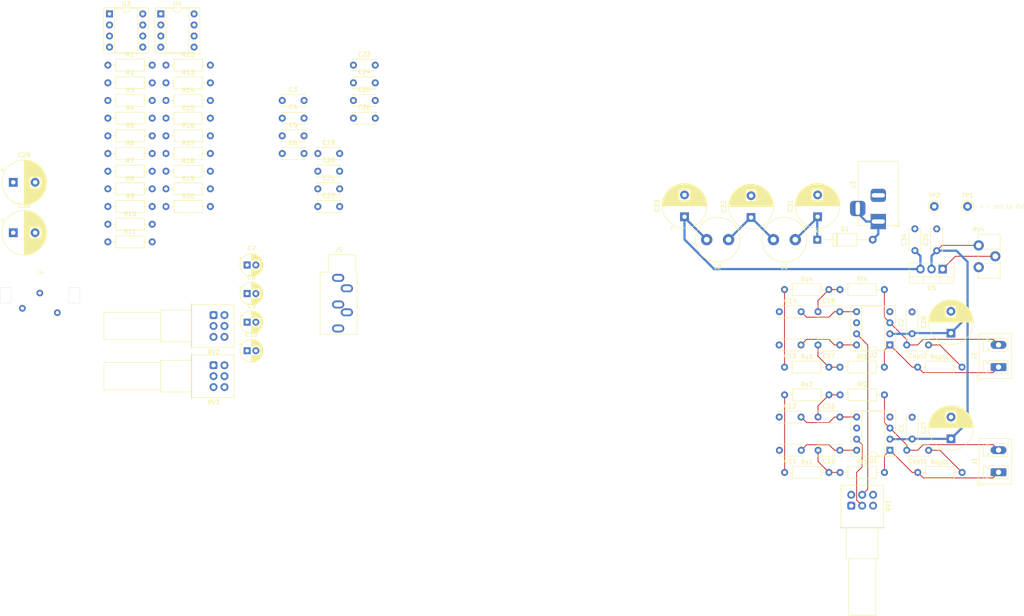
<source format=kicad_pcb>
(kicad_pcb (version 20240108) (generator "pcbnew") (generator_version "8.0")
  (layers (0 "F.Cu" signal) (31 "B.Cu" signal) (34 "B.Paste" user) (35 "F.Paste" user) (36 "B.SilkS" user "B.Silkscreen") (37 "F.SilkS" user "F.Silkscreen") (38 "B.Mask" user) (39 "F.Mask" user) (44 "Edge.Cuts" user))
  (net 0 "")
  (net 1 "GND")
  (net 2 "+6V")
  (net 3 "+12V")
  (net 4 "Net-(U3A-+)")
  (net 5 "Net-(U4A-+)")
  (net 6 "Net-(C7-Pad2)")
  (net 7 "Net-(C7-Pad1)")
  (net 8 "Net-(C8-Pad1)")
  (net 9 "Filtered-signal-L")
  (net 10 "Net-(C9-Pad2)")
  (net 11 "Net-(C9-Pad1)")
  (net 12 "Filtered-signal-R")
  (net 13 "Net-(C10-Pad1)")
  (net 14 "Net-(U1A-AIN-)")
  (net 15 "Net-(U1B-BIN-)")
  (net 16 "Net-(U2A-AIN-)")
  (net 17 "Net-(U2B-BIN-)")
  (net 18 "Net-(C15-Pad2)")
  (net 19 "Net-(C16-Pad1)")
  (net 20 "Net-(C17-Pad2)")
  (net 21 "Net-(C18-Pad1)")
  (net 22 "Net-(C19-Pad2)")
  (net 23 "Input_L")
  (net 24 "Net-(C20-Pad1)")
  (net 25 "Net-(C20-Pad2)")
  (net 26 "Net-(C21-Pad1)")
  (net 27 "Net-(U3B--)")
  (net 28 "Net-(C22-Pad2)")
  (net 29 "Input_R")
  (net 30 "Net-(C23-Pad2)")
  (net 31 "Net-(C24-Pad1)")
  (net 32 "Net-(C24-Pad2)")
  (net 33 "Net-(C25-Pad1)")
  (net 34 "Net-(C26-Pad2)")
  (net 35 "Net-(U4B--)")
  (net 36 "Net-(D1-K)")
  (net 37 "Net-(C32-Pad1)")
  (net 38 "Net-(J1-Pin_2)")
  (net 39 "Net-(Copt1-Pad1)")
  (net 40 "Net-(J2-Pin_2)")
  (net 41 "Net-(Copt2-Pad1)")
  (net 42 "VCC")
  (net 43 "Net-(J1-Pin_1)")
  (net 44 "Net-(J2-Pin_1)")
  (net 45 "/L")
  (net 46 "/R")
  (net 47 "Net-(R7-Pad2)")
  (net 48 "Net-(R8-Pad1)")
  (net 49 "Net-(R9-Pad2)")
  (net 50 "Net-(R10-Pad1)")
  (net 51 "Net-(U3A--)")
  (net 52 "Net-(U4A--)")
  (net 53 "Net-(Rs1-Pad1)")
  (net 54 "Net-(Rs3-Pad1)")
  (net 55 "Net-(U2A-AIN+)")
  (net 56 "Net-(U1A-AIN+)")
  (net 57 "Net-(U5-ADJ)")
  (footprint "Resistor_THT:R_Axial_DIN0207_L6.3mm_D2.5mm_P10.16mm_Horizontal" (layer "F.Cu") (at 193.06 120.65)
    (property "Reference" "Rs1")
    (property "Value" "130")
  )
  (footprint "Resistor_THT:R_Axial_DIN0207_L6.3mm_D2.5mm_P10.16mm_Horizontal" (layer "F.Cu") (at 205.76 102.87)
    (property "Reference" "Rf2")
    (property "Value" "5k")
  )
  (footprint "Capacitor_THT:C_Disc_D5.0mm_W2.5mm_P5.00mm" (layer "F.Cu") (at 86.18 47.565)
    (property "Reference" "C19")
    (property "Value" "0.047u")
  )
  (footprint "Resistor_THT:R_Axial_DIN0207_L6.3mm_D2.5mm_P10.16mm_Horizontal" (layer "F.Cu") (at 223.52 96.52)
    (property "Reference" "Ropt2")
    (property "Value" "10")
  )
  (footprint "Resistor_THT:R_Axial_DIN0207_L6.3mm_D2.5mm_P10.16mm_Horizontal" (layer "F.Cu") (at 38.1 27.315)
    (property "Reference" "R1")
    (property "Value" "100k")
  )
  (footprint "Capacitor_THT:C_Disc_D5.0mm_W2.5mm_P5.00mm" (layer "F.Cu") (at 78.03 39.465)
    (property "Reference" "C4")
    (property "Value" "0.1u")
  )
  (footprint "Capacitor_THT:C_Disc_D5.0mm_W2.5mm_P5.00mm" (layer "F.Cu") (at 196.81 91.44 180)
    (property "Reference" "C13")
    (property "Value" "0.22u")
  )
  (footprint "Capacitor_THT:CP_Radial_D5.0mm_P2.00mm" (layer "F.Cu") (at 69.989775 92.765)
    (property "Reference" "C10")
    (property "Value" "1u")
  )
  (footprint "Resistor_THT:R_Axial_DIN0207_L6.3mm_D2.5mm_P10.16mm_Horizontal" (layer "F.Cu") (at 51.41 27.315)
    (property "Reference" "R12")
    (property "Value" "10k")
  )
  (footprint "Resistor_THT:R_Axial_DIN0207_L6.3mm_D2.5mm_P10.16mm_Horizontal" (layer "F.Cu") (at 51.41 39.465)
    (property "Reference" "R15")
    (property "Value" "10k")
  )
  (footprint "TestPoint:TestPoint_Keystone_5000-5004_Miniature" (layer "F.Cu") (at 234.95 59.69)
    (property "Reference" "TP1")
    (property "Value" "TestPoint")
  )
  (footprint "Connector_Audio:Jack_3.5mm_CUI_SJ1-3535NG_Horizontal" (layer "F.Cu") (at 90.83 76.065)
    (property "Reference" "J5")
    (property "Value" "AudioJack3_SwitchTR")
  )
  (footprint "Resistor_THT:R_Axial_DIN0207_L6.3mm_D2.5mm_P10.16mm_Horizontal" (layer "F.Cu") (at 205.76 120.65)
    (property "Reference" "Rf1")
    (property "Value" "5k")
  )
  (footprint "Resistor_THT:R_Axial_DIN0207_L6.3mm_D2.5mm_P10.16mm_Horizontal" (layer "F.Cu") (at 193.04 96.52)
    (property "Reference" "Rs3")
    (property "Value" "130")
  )
  (footprint "Resistor_THT:R_Axial_DIN0207_L6.3mm_D2.5mm_P10.16mm_Horizontal" (layer "F.Cu") (at 38.1 47.565)
    (property "Reference" "R6")
    (property "Value" "100k")
  )
  (footprint "Capacitor_THT:C_Disc_D5.0mm_W2.5mm_P5.00mm" (layer "F.Cu") (at 222.89 69.81 90)
    (property "Reference" "C34")
    (property "Value" "0.1u")
  )
  (footprint "Capacitor_THT:C_Disc_D5.0mm_W2.5mm_P5.00mm" (layer "F.Cu") (at 205.72 115.57 180)
    (property "Reference" "C15")
    (property "Value" "4.7u")
  )
  (footprint "Connector_Phoenix_MC_HighVoltage:PhoenixContact_MCV_1,5_2-G-5.08_1x02_P5.08mm_Vertical" (layer "F.Cu") (at 242.0425 96.5025 90)
    (property "Reference" "J2")
    (property "Value" "Screw_Terminal_01x02")
  )
  (footprint "Resistor_THT:R_Axial_DIN0207_L6.3mm_D2.5mm_P10.16mm_Horizontal" (layer "F.Cu") (at 51.41 55.665)
    (property "Reference" "R19")
    (property "Value" "47k")
  )
  (footprint "Capacitor_THT:C_Disc_D5.0mm_W2.5mm_P5.00mm" (layer "F.Cu") (at 94.33 27.315)
    (property "Reference" "C23")
    (property "Value" "0.047u")
  )
  (footprint "Capacitor_THT:C_Disc_D5.0mm_W2.5mm_P5.00mm" (layer "F.Cu") (at 226.02 91.44 180)
    (property "Reference" "Copt2")
    (property "Value" "0.22u")
  )
  (footprint "Capacitor_THT:CP_Radial_D10.0mm_P5.00mm" (layer "F.Cu") (at 231.14 88.727677 90)
    (property "Reference" "C28")
    (property "Value" "100u")
  )
  (footprint "TestPoint:TestPoint_Keystone_5000-5004_Miniature" (layer "F.Cu") (at 227.33 59.69)
    (property "Reference" "TP2")
    (property "Value" "TestPoint")
  )
  (footprint "Potentiometer_THT:Potentiometer_Alps_RK097_Dual_Horizontal" (layer "F.Cu") (at 62.3 96.09)
    (property "Reference" "RV3")
    (property "Value" "R_Potentiometer_Dual_Separate")
    (fp_line (start -5 -2.7) (end -5 7.7) (stroke (width 0.1)) (layer "Edge.Cuts"))
  )
  (footprint "Capacitor_THT:C_Disc_D5.0mm_W2.5mm_P5.00mm" (layer "F.Cu") (at 86.18 59.715)
    (property "Reference" "C22")
    (property "Value" "0.0047u")
  )
  (footprint "Capacitor_THT:CP_Radial_D10.0mm_P5.00mm" (layer "F.Cu") (at 231.16 112.95 90)
    (property "Reference" "C27")
    (property "Value" "100u")
  )
  (footprint "Resistor_THT:R_Axial_DIN0207_L6.3mm_D2.5mm_P10.16mm_Horizontal" (layer "F.Cu") (at 205.74 96.52)
    (property "Reference" "Rf3")
    (property "Value" "5k")
  )
  (footprint "Resistor_THT:R_Axial_DIN0207_L6.3mm_D2.5mm_P10.16mm_Horizontal" (layer "F.Cu") (at 51.41 43.515)
    (property "Reference" "R16")
    (property "Value" "10k")
  )
  (footprint "Capacitor_THT:CP_Radial_D10.0mm_P5.00mm" (layer "F.Cu") (at 200.62 62.057677 90)
    (property "Reference" "C31")
    (property "Value" "100u")
  )
  (footprint "Inductor_THT:L_Radial_D10.0mm_P5.00mm_Fastron_07M" (layer "F.Cu") (at 180.22 67.31 180)
    (property "Reference" "L2")
    (property "Value" "100u")
  )
  (footprint "Resistor_THT:R_Axial_DIN0207_L6.3mm_D2.5mm_P10.16mm_Horizontal" (layer "F.Cu") (at 38.1 35.415)
    (property "Reference" "R3")
    (property "Value" "100k")
  )
  (footprint "Resistor_THT:R_Axial_DIN0207_L6.3mm_D2.5mm_P10.16mm_Horizontal" (layer "F.Cu") (at 193.04 78.74)
    (property "Reference" "Rs4")
    (property "Value" "130")
  )
  (footprint "Capacitor_THT:C_Disc_D5.0mm_W2.5mm_P5.00mm" (layer "F.Cu") (at 226.04 115.57 180)
    (property "Reference" "Copt1")
    (property "Value" "0.22u")
  )
  (footprint "Potentiometer_THT:Potentiometer_Alps_RK097_Dual_Horizontal" (layer "F.Cu") (at 62.3 84.59)
    (property "Reference" "RV2")
    (property "Value" "R_Potentiometer_Dual_Separate")
    (fp_line (start -5 -2.7) (end -5 7.7) (stroke (width 0.1)) (layer "Edge.Cuts"))
  )
  (footprint "Resistor_THT:R_Axial_DIN0207_L6.3mm_D2.5mm_P10.16mm_Horizontal" (layer "F.Cu") (at 51.41 59.715)
    (property "Reference" "R20")
    (property "Value" "47k")
  )
  (footprint "my:MJ-519" (layer "F.Cu") (at 22.53 72.24)
    (property "Reference" "J4")
    (property "Value" "Conn_Coaxial_x2")
    (fp_rect (start -9.1 6.05) (end -6.6 9.55) (stroke (width 0.05)) (fill none) (layer "Edge.Cuts"))
    (fp_rect (start 6.6 6.05) (end 9.1 9.55) (stroke (width 0.05)) (fill none) (layer "Edge.Cuts"))
  )
  (footprint "Capacitor_THT:CP_Radial_D5.0mm_P2.00mm" (layer "F.Cu") (at 69.989775 73.115)
    (property "Reference" "C7")
    (property "Value" "1u")
  )
  (footprint "Capacitor_THT:CP_Radial_D5.0mm_P2.00mm" (layer "F.Cu") (at 69.989775 79.665)
    (property "Reference" "C8")
    (property "Value" "1u")
  )
  (footprint "Resistor_THT:R_Axial_DIN0207_L6.3mm_D2.5mm_P10.16mm_Horizontal" (layer "F.Cu") (at 51.41 47.565)
    (property "Reference" "R17")
    (property "Value" "47k")
  )
  (footprint "Resistor_THT:R_Axial_DIN0207_L6.3mm_D2.5mm_P10.16mm_Horizontal" (layer "F.Cu") (at 38.1 31.365)
    (property "Reference" "R2")
    (property "Value" "100k")
  )
  (footprint "Capacitor_THT:C_Disc_D5.0mm_W2.5mm_P5.00mm" (layer "F.Cu") (at 191.85 83.82)
    (property "Reference" "C14")
    (property "Value" "0.22u")
  )
  (footprint "Resistor_THT:R_Axial_DIN0207_L6.3mm_D2.5mm_P10.16mm_Horizontal" (layer "F.Cu") (at 193.06 102.87)
    (property "Reference" "Rs2")
    (property "Value" "130")
  )
  (footprint "Capacitor_THT:C_Disc_D5.0mm_W2.5mm_P5.00mm" (layer "F.Cu") (at 205.7 91.44 180)
    (property "Reference" "C17")
    (property "Value" "4.7u")
  )
  (footprint "Capacitor_THT:C_Disc_D5.0mm_W2.5mm_P5.00mm" (layer "F.Cu") (at 200.72 107.95)
    (property "Reference" "C16")
    (property "Value" "4.7u")
  )
  (footprint "Capacitor_THT:CP_Radial_D10.0mm_P5.00mm" (layer "F.Cu") (at 170.14 62.057677 90)
    (property "Reference" "C33")
    (property "Value" "100u")
  )
  (footprint "Resistor_THT:R_Axial_DIN0207_L6.3mm_D2.5mm_P10.16mm_Horizontal" (layer "F.Cu") (at 38.1 63.765)
    (property "Reference" "R10")
    (property "Value" "3k")
  )
  (footprint "Capacitor_THT:C_Disc_D5.0mm_W2.5mm_P5.00mm" (layer "F.Cu") (at 94.33 39.465)
    (property "Reference" "C26")
    (property "Value" "0.0047u")
  )
  (footprint "Capacitor_THT:CP_Radial_D10.0mm_P5.00mm" (layer "F.Cu") (at 185.38 62.23 90)
    (property "Reference" "C32")
    (property "Value" "100u")
  )
  (footprint "Capacitor_THT:C_Disc_D5.0mm_W2.5mm_P5.00mm" (layer "F.Cu") (at 86.18 55.665)
    (property "Reference" "C21")
    (property "Value" "0.047u")
  )
  (footprint "Resistor_THT:R_Axial_DIN0207_L6.3mm_D2.5mm_P10.16mm_Horizontal" (layer "F.Cu") (at 38.1 43.515)
    (property "Reference" "R5")
    (property "Value" "100k")
  )
  (footprint "Capacitor_THT:C_Disc_D5.0mm_W2.5mm_P5.00mm" (layer "F.Cu") (at 222.25 88.86 90)
    (property "Reference" "C2")
    (property "Value" "0.1u")
  )
  (footprint "Capacitor_THT:C_Disc_D5.0mm_W2.5mm_P5.00mm" (layer "F.Cu") (at 222.27 112.99 90)
    (property "Reference" "C1")
    (property "Value" "0.1u")
  )
  (footprint "Resistor_THT:R_Axial_DIN0207_L6.3mm_D2.5mm_P10.16mm_Horizontal" (layer "F.Cu") (at 38.1 55.665)
    (property "Reference" "R8")
    (property "Value" "3k")
  )
  (footprint "Capacitor_THT:C_Disc_D5.0mm_W2.5mm_P5.00mm" (layer "F.Cu") (at 78.03 43.515)
    (property "Reference" "C5")
    (property "Value" "0.1u")
  )
  (footprint "Resistor_THT:R_Axial_DIN0207_L6.3mm_D2.5mm_P10.16mm_Horizontal" (layer "F.Cu") (at 51.41 31.365)
    (property "Reference" "R13")
    (property "Value" "10k")
  )
  (footprint "Capacitor_THT:C_Disc_D5.0mm_W2.5mm_P5.00mm" (layer "F.Cu") (at 94.33 35.415)
    (property "Reference" "C25")
    (property "Value" "0.047u")
  )
  (footprint "Potentiometer_THT:Potentiometer_Alps_RK097_Dual_Horizontal" (layer "F.Cu") (at 208.32 128.27 90)
    (property "Reference" "RV1")
    (property "Value" "R_Potentiometer_Dual_Separate")
    (fp_line (start -5 -2.7) (end -5 7.7) (stroke (width 0.1)) (layer "Edge.Cuts"))
  )
  (footprint "Resistor_THT:R_Axial_DIN0207_L6.3mm_D2.5mm_P10.16mm_Horizontal" (layer "F.Cu") (at 205.74 78.74)
    (property "Reference" "Rf4")
    (property "Value" "5k")
  )
  (footprint "Capacitor_THT:C_Disc_D5.0mm_W2.5mm_P5.00mm" (layer "F.Cu") (at 196.87 115.57 180)
    (property "Reference" "C11")
    (property "Value" "0.22u")
  )
  (footprint "Resistor_THT:R_Axial_DIN0207_L6.3mm_D2.5mm_P10.16mm_Horizontal" (layer "F.Cu") (at 38.1 59.715)
    (property "Reference" "R9")
    (property "Value" "3k")
  )
  (footprint "Capacitor_THT:CP_Radial_D10.0mm_P5.00mm" (layer "F.Cu") (at 16.444646 65.715)
    (property "Reference" "C30")
    (property "Value" "100u")
  )
  (footprint "Capacitor_THT:C_Disc_D5.0mm_W2.5mm_P5.00mm" (layer "F.Cu") (at 78.03 35.415)
    (property "Reference" "C3")
    (property "Value" "0.1u")
  )
  (footprint "Connector_BarrelJack:BarrelJack_Horizontal" (layer "F.Cu") (at 214.51 63.15 -90)
    (property "Reference" "J3")
    (property "Value" "Barrel_Jack_Switch")
  )
  (footprint "Resistor_THT:R_Axial_DIN0207_L6.3mm_D2.5mm_P10.16mm_Horizontal" (layer "F.Cu") (at 223.54 120.65)
    (property "Reference" "Ropt1")
    (property "Value" "10")
  )
  (footprint "Resistor_THT:R_Axial_DIN0207_L6.3mm_D2.5mm_P10.16mm_Horizontal" (layer "F.Cu") (at 38.1 51.615)
    (property "Reference" "R7")
    (property "Value" "3k")
  )
  (footprint "Package_DIP:DIP-8_W7.62mm_Socket" (layer "F.Cu") (at 38.48 15.565)
    (property "Reference" "U3")
    (property "Value" "NJM4558")
  )
  (footprint "Capacitor_THT:C_Disc_D5.0mm_W2.5mm_P5.00mm" (layer "F.Cu") (at 191.83 107.95)
    (property "Reference" "C12")
    (property "Value" "0.22u")
  )
  (footprint "Package_TO_SOT_THT:TO-220-3_Vertical" (layer "F.Cu") (at 229.24 74.05 180)
    (property "Reference" "U5")
    (property "Value" "LM317_TO-220")
  )
  (footprint "Capacitor_THT:C_Disc_D5.0mm_W2.5mm_P5.00mm" (layer "F.Cu") (at 227.89 69.835 90)
    (property "Reference" "C35")
    (property "Value" "1u")
  )
  (footprint "Resistor_THT:R_Axial_DIN0207_L6.3mm_D2.5mm_P10.16mm_Horizontal" (layer "F.Cu") (at 38.1 39.465)
    (property "Reference" "R4")
    (property "Value" "100k")
  )
  (footprint "Resistor_THT:R_Axial_DIN0207_L6.3mm_D2.5mm_P10.16mm_Horizontal" (layer "F.Cu") (at 38.1 67.815)
    (property "Reference" "R11")
    (property "Value" "10k")
  )
  (footprint "Capacitor_THT:CP_Radial_D10.0mm_P5.00mm" (layer "F.Cu") (at 16.444646 54.165)
    (property "Reference" "C29")
    (property "Value" "100u")
  )
  (footprint "Package_DIP:DIP-8_W7.62mm_Socket" (layer "F.Cu") (at 217.16 91.43 180)
    (property "Reference" "U2")
    (property "Value" "NJM2073")
  )
  (footprint "Resistor_THT:R_Axial_DIN0207_L6.3mm_D2.5mm_P10.16mm_Horizontal" (layer "F.Cu") (at 51.41 35.415)
    (property "Reference" "R14")
    (property "Value" "10k")
  )
  (footprint "Capacitor_THT:C_Disc_D5.0mm_W2.5mm_P5.00mm" (layer "F.Cu") (at 200.7 83.82)
    (property "Reference" "C18")
    (property "Value" "4.7u")
  )
  (footprint "Capacitor_THT:CP_Radial_D5.0mm_P2.00mm" (layer "F.Cu") (at 69.989775 86.215)
    (property "Reference" "C9")
    (property "Value" "1u")
  )
  (footprint "Inductor_THT:L_Radial_D10.0mm_P5.00mm_Fastron_07M" (layer "F.Cu") (at 195.5 67.31 180)
    (property "Reference" "L1")
    (property "Value" "100u")
  )
  (footprint "Package_DIP:DIP-8_W7.62mm_Socket" (layer "F.Cu") (at 50.23 15.565)
    (property "Reference" "U4")
    (property "Value" "NJM4558")
  )
  (footprint "Capacitor_THT:C_Disc_D5.0mm_W2.5mm_P5.00mm" (layer "F.Cu") (at 94.33 31.365)
    (property "Reference" "C24")
    (property "Value" "0.047u")
  )
  (footprint "Potentiometer_THT:Potentiometer_ACP_CA9-H3,8_Horizontal" (layer "F.Cu") (at 237.5 68.62)
    (property "Reference" "RV4")
    (property "Value" "R_Potentiometer")
  )
  (footprint "Diode_THT:D_A-405_P12.70mm_Horizontal" (layer "F.Cu") (at 200.54 67.31)
    (property "Reference" "D1")
    (property "Value" "D")
  )
  (footprint "Capacitor_THT:C_Disc_D5.0mm_W2.5mm_P5.00mm" (layer "F.Cu") (at 78.03 47.565)
    (property "Reference" "C6")
    (property "Value" "0.1u")
  )
  (footprint "Connector_Phoenix_MC_HighVoltage:PhoenixContact_MCV_1,5_2-G-5.08_1x02_P5.08mm_Vertical" (layer "F.Cu") (at 242.0425 120.6125 90)
    (property "Reference" "J1")
    (property "Value" "Screw_Terminal_01x02")
  )
  (footprint "Resistor_THT:R_Axial_DIN0207_L6.3mm_D2.5mm_P10.16mm_Horizontal" (layer "F.Cu") (at 51.41 51.615)
    (property "Reference" "R18")
    (property "Value" "47k")
  )
  (footprint "Capacitor_THT:C_Disc_D5.0mm_W2.5mm_P5.00mm" (layer "F.Cu") (at 86.18 51.615)
    (property "Reference" "C20")
    (property "Value" "0.047u")
  )
  (footprint "Package_DIP:DIP-8_W7.62mm_Socket" (layer "F.Cu") (at 217.18 115.56 180)
    (property "Reference" "U1")
    (property "Value" "NJM2073")
  )
  (gr_text "<- set to 6V" (at 237.49 59.69 0) (layer "F.SilkS") (effects (font (size 1 1) (thickness 0.1)) (justify left)))
  (segment (start 229.105 68.62) (end 227.89 69.835) (width 0.2) (layer "F.Cu") (net 2))
  (segment (start 237.5 68.62) (end 229.105 68.62) (width 0.2) (layer "F.Cu") (net 2))
  (segment (start 234.777677 85.09) (end 234.95 85.09) (width 0.508) (layer "B.Cu") (net 2))
  (segment (start 234.95 109.16) (end 234.95 85.09) (width 0.508) (layer "B.Cu") (net 2))
  (segment (start 222.382323 88.727677) (end 222.25 88.86) (width 0.508) (layer "B.Cu") (net 2))
  (segment (start 222.31 112.95) (end 222.27 112.99) (width 0.508) (layer "B.Cu") (net 2))
  (segment (start 231.14 88.727677) (end 222.382323 88.727677) (width 0.508) (layer "B.Cu") (net 2))
  (segment (start 232.395 69.835) (end 227.89 69.835) (width 0.508) (layer "B.Cu") (net 2))
  (segment (start 234.95 72.39) (end 232.395 69.835) (width 0.508) (layer "B.Cu") (net 2))
  (segment (start 217.18 113.02) (end 222.24 113.02) (width 0.508) (layer "B.Cu") (net 2))
  (segment (start 231.14 88.727677) (end 234.777677 85.09) (width 0.508) (layer "B.Cu") (net 2))
  (segment (start 234.95 85.09) (end 234.95 72.39) (width 0.508) (layer "B.Cu") (net 2))
  (segment (start 222.24 113.02) (end 222.27 112.99) (width 0.508) (layer "B.Cu") (net 2))
  (segment (start 226.7 71.025) (end 227.89 69.835) (width 0.508) (layer "B.Cu") (net 2))
  (segment (start 231.16 112.95) (end 234.95 109.16) (width 0.508) (layer "B.Cu") (net 2))
  (segment (start 231.16 112.95) (end 222.31 112.95) (width 0.508) (layer "B.Cu") (net 2))
  (segment (start 226.7 74.05) (end 226.7 71.025) (width 0.508) (layer "B.Cu") (net 2))
  (segment (start 217.16 88.89) (end 222.22 88.89) (width 0.508) (layer "B.Cu") (net 2))
  (segment (start 222.22 88.89) (end 222.25 88.86) (width 0.508) (layer "B.Cu") (net 2))
  (segment (start 175.22 67.31) (end 170.14 62.23) (width 0.508) (layer "B.Cu") (net 3))
  (segment (start 170.14 62.23) (end 170.14 62.057677) (width 0.508) (layer "B.Cu") (net 3))
  (segment (start 224.16 71.08) (end 222.89 69.81) (width 0.508) (layer "B.Cu") (net 3))
  (segment (start 176.92 74.05) (end 224.16 74.05) (width 0.508) (layer "B.Cu") (net 3))
  (segment (start 224.16 74.05) (end 224.16 71.08) (width 0.508) (layer "B.Cu") (net 3))
  (segment (start 170.14 62.057677) (end 170.14 67.27) (width 0.508) (layer "B.Cu") (net 3))
  (segment (start 170.14 67.27) (end 176.92 74.05) (width 0.508) (layer "B.Cu") (net 3))
  (segment (start 222.89 69.81) (end 222.89 69.915) (width 0.508) (layer "B.Cu") (net 3))
  (segment (start 204.49 115.57) (end 203.22 114.3) (width 0.2) (layer "F.Cu") (net 14))
  (segment (start 205.72 115.57) (end 209.55 115.57) (width 0.2) (layer "F.Cu") (net 14))
  (segment (start 198.14 114.3) (end 196.87 115.57) (width 0.2) (layer "F.Cu") (net 14))
  (segment (start 203.22 114.3) (end 198.14 114.3) (width 0.2) (layer "F.Cu") (net 14))
  (segment (start 209.55 115.57) (end 209.56 115.56) (width 0.2) (layer "F.Cu") (net 14))
  (segment (start 205.72 115.57) (end 204.49 115.57) (width 0.2) (layer "F.Cu") (net 14))
  (segment (start 205.72 107.95) (end 204.49 107.95) (width 0.2) (layer "F.Cu") (net 15))
  (segment (start 205.73 107.94) (end 205.72 107.95) (width 0.2) (layer "F.Cu") (net 15))
  (segment (start 204.49 107.95) (end 203.22 109.22) (width 0.2) (layer "F.Cu") (net 15))
  (segment (start 198.1 109.22) (end 196.83 107.95) (width 0.2) (layer "F.Cu") (net 15))
  (segment (start 209.56 107.94) (end 205.73 107.94) (width 0.2) (layer "F.Cu") (net 15))
  (segment (start 203.22 109.22) (end 198.1 109.22) (width 0.2) (layer "F.Cu") (net 15))
  (segment (start 205.7225 91.44) (end 205.7325 91.43) (width 0.2) (layer "F.Cu") (net 16))
  (segment (start 204.4875 91.44) (end 205.7 91.44) (width 0.2) (layer "F.Cu") (net 16))
  (segment (start 203.2 90.1525) (end 204.4875 91.44) (width 0.2) (layer "F.Cu") (net 16))
  (segment (start 205.7 91.44) (end 205.7225 91.44) (width 0.2) (layer "F.Cu") (net 16))
  (segment (start 196.81 91.44) (end 198.0975 90.1525) (width 0.2) (layer "F.Cu") (net 16))
  (segment (start 198.0975 90.1525) (end 203.2 90.1525) (width 0.2) (layer "F.Cu") (net 16))
  (segment (start 205.7325 91.43) (end 209.54 91.43) (width 0.2) (layer "F.Cu") (net 16))
  (segment (start 204.4525 83.82) (end 203.2 85.0725) (width 0.2) (layer "F.Cu") (net 17))
  (segment (start 205.7 83.82) (end 204.4525 83.82) (width 0.2) (layer "F.Cu") (net 17))
  (segment (start 198.1025 85.0725) (end 196.85 83.82) (width 0.2) (layer "F.Cu") (net 17))
  (segment (start 205.7 83.82) (end 209.53 83.82) (width 0.2) (layer "F.Cu") (net 17))
  (segment (start 209.53 83.82) (end 209.54 83.81) (width 0.2) (layer "F.Cu") (net 17))
  (segment (start 203.2 85.0725) (end 198.1025 85.0725) (width 0.2) (layer "F.Cu") (net 17))
  (segment (start 200.72 115.57) (end 200.72 118.07) (width 0.2) (layer "F.Cu") (net 18))
  (segment (start 203.22 120.65) (end 205.76 120.65) (width 0.2) (layer "F.Cu") (net 18))
  (segment (start 200.68 118.11) (end 203.22 120.65) (width 0.2) (layer "F.Cu") (net 18))
  (segment (start 200.72 118.07) (end 200.68 118.11) (width 0.2) (layer "F.Cu") (net 18))
  (segment (start 200.68 105.41) (end 203.22 102.87) (width 0.2) (layer "F.Cu") (net 19))
  (segment (start 200.72 107.95) (end 200.72 105.45) (width 0.2) (layer "F.Cu") (net 19))
  (segment (start 200.72 105.45) (end 200.68 105.41) (width 0.2) (layer "F.Cu") (net 19))
  (segment (start 205.76 102.87) (end 203.22 102.87) (width 0.2) (layer "F.Cu") (net 19))
  (segment (start 200.7 91.44) (end 200.7 93.94) (width 0.2) (layer "F.Cu") (net 20))
  (segment (start 205.74 96.52) (end 203.2 96.52) (width 0.2) (layer "F.Cu") (net 20))
  (segment (start 200.7 93.94) (end 200.66 93.98) (width 0.2) (layer "F.Cu") (net 20))
  (segment (start 200.66 93.98) (end 203.2 96.52) (width 0.2) (layer "F.Cu") (net 20))
  (segment (start 200.7 83.82) (end 200.7 81.24) (width 0.2) (layer "F.Cu") (net 21))
  (segment (start 205.74 78.74) (end 203.2 78.74) (width 0.2) (layer "F.Cu") (net 21))
  (segment (start 200.7 81.24) (end 203.2 78.74) (width 0.2) (layer "F.Cu") (net 21))
  (segment (start 200.54 62.137677) (end 200.62 62.057677) (width 0.508) (layer "B.Cu") (net 36))
  (segment (start 200.62 62.19) (end 200.62 62.057677) (width 0.508) (layer "B.Cu") (net 36))
  (segment (start 200.54 67.31) (end 200.54 62.137677) (width 0.508) (layer "B.Cu") (net 36))
  (segment (start 195.5 67.31) (end 200.62 62.19) (width 0.508) (layer "B.Cu") (net 36))
  (segment (start 185.42 62.23) (end 185.38 62.23) (width 0.508) (layer "B.Cu") (net 37))
  (segment (start 185.38 62.23) (end 185.3 62.23) (width 0.508) (layer "B.Cu") (net 37))
  (segment (start 185.3 62.23) (end 180.22 67.31) (width 0.508) (layer "B.Cu") (net 37))
  (segment (start 190.5 67.31) (end 185.42 62.23) (width 0.508) (layer "B.Cu") (net 37))
  (segment (start 215.92 109.22) (end 217.18 110.48) (width 0.2) (layer "F.Cu") (net 38))
  (segment (start 215.92 102.87) (end 215.92 109.22) (width 0.2) (layer "F.Cu") (net 38))
  (segment (start 223.5 115.57) (end 224.79 114.28) (width 0.2) (layer "F.Cu") (net 38))
  (segment (start 221.04 115.57) (end 223.5 115.57) (width 0.2) (layer "F.Cu") (net 38))
  (segment (start 224.79 114.28) (end 240.79 114.28) (width 0.2) (layer "F.Cu") (net 38))
  (segment (start 221.04 115.57) (end 221.04 114.34) (width 0.2) (layer "F.Cu") (net 38))
  (segment (start 240.79 114.28) (end 242.0425 115.5325) (width 0.2) (layer "F.Cu") (net 38))
  (segment (start 221.04 114.34) (end 217.18 110.48) (width 0.2) (layer "F.Cu") (net 38))
  (segment (start 228.62 115.57) (end 233.7 120.65) (width 0.2) (layer "F.Cu") (net 39))
  (segment (start 226.04 115.57) (end 228.62 115.57) (width 0.2) (layer "F.Cu") (net 39))
  (segment (start 221.02 91.44) (end 223.5025 91.44) (width 0.2) (layer "F.Cu") (net 40))
  (segment (start 217.16 86.35) (end 221.02 90.21) (width 0.2) (layer "F.Cu") (net 40))
  (segment (start 224.79 90.1525) (end 240.7725 90.1525) (width 0.2) (layer "F.Cu") (net 40))
  (segment (start 221.02 90.21) (end 221.02 91.44) (width 0.2) (layer "F.Cu") (net 40))
  (segment (start 215.9 85.09) (end 217.16 86.35) (width 0.2) (layer "F.Cu") (net 40))
  (segment (start 240.7725 90.1525) (end 242.0425 91.4225) (width 0.2) (layer "F.Cu") (net 40))
  (segment (start 223.5025 91.44) (end 224.79 90.1525) (width 0.2) (layer "F.Cu") (net 40))
  (segment (start 215.9 78.74) (end 215.9 85.09) (width 0.2) (layer "F.Cu") (net 40))
  (segment (start 228.5825 91.44) (end 226.02 91.44) (width 0.2) (layer "F.Cu") (net 41))
  (segment (start 228.6 91.44) (end 228.6 91.4225) (width 0.2) (layer "F.Cu") (net 41))
  (segment (start 228.6 91.4225) (end 228.5825 91.44) (width 0.2) (layer "F.Cu") (net 41))
  (segment (start 233.68 96.52) (end 228.6 91.44) (width 0.2) (layer "F.Cu") (net 41))
  (segment (start 209.81 60.15) (end 209.81 61.22) (width 0.508) (layer "B.Cu") (net 42))
  (segment (start 209.81 61.22) (end 211.74 63.15) (width 0.508) (layer "B.Cu") (net 42))
  (segment (start 214.51 66.04) (end 213.24 67.31) (width 0.508) (layer "B.Cu") (net 42))
  (segment (start 211.74 63.15) (end 214.51 63.15) (width 0.508) (layer "B.Cu") (net 42))
  (segment (start 214.51 63.15) (end 214.51 66.04) (width 0.508) (layer "B.Cu") (net 42))
  (segment (start 222.27 120.65) (end 223.54 120.65) (width 0.2) (layer "F.Cu") (net 43))
  (segment (start 215.92 120.65) (end 215.92 116.82) (width 0.2) (layer "F.Cu") (net 43))
  (segment (start 215.92 116.82) (end 217.18 115.56) (width 0.2) (layer "F.Cu") (net 43))
  (segment (start 240.755 121.9) (end 242.0425 120.6125) (width 0.2) (layer "F.Cu") (net 43))
  (segment (start 224.79 121.9) (end 240.755 121.9) (width 0.2) (layer "F.Cu") (net 43))
  (segment (start 223.54 120.65) (end 224.79 121.9) (width 0.2) (layer "F.Cu") (net 43))
  (segment (start 217.18 115.56) (end 222.27 120.65) (width 0.2) (layer "F.Cu") (net 43))
  (segment (start 217.1775 91.43) (end 222.2675 96.52) (width 0.2) (layer "F.Cu") (net 44))
  (segment (start 224.7725 97.7725) (end 240.7725 97.7725) (width 0.2) (layer "F.Cu") (net 44))
  (segment (start 222.2675 96.52) (end 223.52 96.52) (width 0.2) (layer "F.Cu") (net 44))
  (segment (start 240.7725 97.7725) (end 242.0425 96.5025) (width 0.2) (layer "F.Cu") (net 44))
  (segment (start 215.9 96.52) (end 215.9 92.69) (width 0.2) (layer "F.Cu") (net 44))
  (segment (start 215.9 92.69) (end 217.16 91.43) (width 0.2) (layer "F.Cu") (net 44))
  (segment (start 223.52 96.52) (end 224.7725 97.7725) (width 0.2) (layer "F.Cu") (net 44))
  (segment (start 217.16 91.43) (end 217.1775 91.43) (width 0.2) (layer "F.Cu") (net 44))
  (segment (start 193.06 102.87) (end 193.06 120.65) (width 0.2) (layer "F.Cu") (net 53))
  (segment (start 193.04 78.74) (end 193.04 96.52) (width 0.2) (layer "F.Cu") (net 54))
  (segment (start 212.09 91.44) (end 209.54 88.89) (width 0.2) (layer "F.Cu") (net 55))
  (segment (start 210.82 125.77) (end 212.09 124.5) (width 0.2) (layer "F.Cu") (net 55))
  (segment (start 212.09 124.5) (end 212.09 91.44) (width 0.2) (layer "F.Cu") (net 55))
  (segment (start 210.82 114.28) (end 209.56 113.02) (width 0.2) (layer "F.Cu") (net 56))
  (segment (start 209.55 120.65) (end 210.82 119.38) (width 0.2) (layer "F.Cu") (net 56))
  (segment (start 210.82 119.38) (end 210.82 114.28) (width 0.2) (layer "F.Cu") (net 56))
  (segment (start 209.55 127) (end 209.55 120.65) (width 0.2) (layer "F.Cu") (net 56))
  (segment (start 210.82 128.27) (end 209.55 127) (width 0.2) (layer "F.Cu") (net 56))
  (segment (start 229.24 74.05) (end 232.17 71.12) (width 0.2) (layer "F.Cu") (net 57))
  (segment (start 232.17 71.12) (end 241.3 71.12) (width 0.2) (layer "F.Cu") (net 57))
)
</source>
